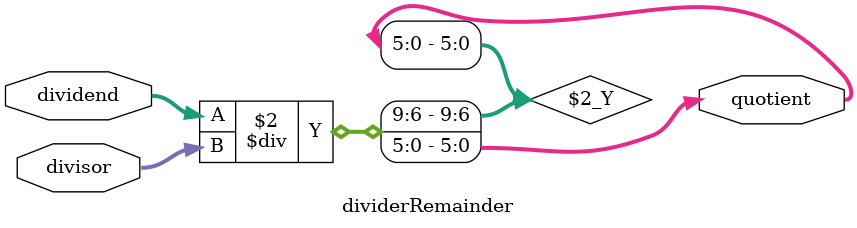
<source format=v>

module dividerRemainder(dividend, divisor,quotient);
parameter dividendWidth=10;
parameter divisorWidth =9;
parameter quotientWidth=6;
input [dividendWidth-1:0] dividend;
input [divisorWidth-1:0] divisor;
//----------------------------
output [quotientWidth-1:0]quotient;
reg [quotientWidth-1:0]quotient;
//-----------------------------------------------
always @(dividend or divisor  ) begin
	quotient<=(dividend/divisor);
end
endmodule


</source>
